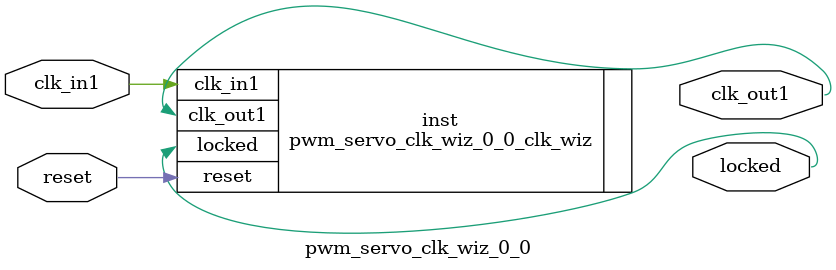
<source format=v>


`timescale 1ps/1ps

(* CORE_GENERATION_INFO = "pwm_servo_clk_wiz_0_0,clk_wiz_v6_0_4_0_0,{component_name=pwm_servo_clk_wiz_0_0,use_phase_alignment=true,use_min_o_jitter=false,use_max_i_jitter=false,use_dyn_phase_shift=false,use_inclk_switchover=false,use_dyn_reconfig=false,enable_axi=0,feedback_source=FDBK_AUTO,PRIMITIVE=MMCM,num_out_clk=1,clkin1_period=10.000,clkin2_period=10.000,use_power_down=false,use_reset=true,use_locked=true,use_inclk_stopped=false,feedback_type=SINGLE,CLOCK_MGR_TYPE=NA,manual_override=false}" *)

module pwm_servo_clk_wiz_0_0 
 (
  // Clock out ports
  output        clk_out1,
  // Status and control signals
  input         reset,
  output        locked,
 // Clock in ports
  input         clk_in1
 );

  pwm_servo_clk_wiz_0_0_clk_wiz inst
  (
  // Clock out ports  
  .clk_out1(clk_out1),
  // Status and control signals               
  .reset(reset), 
  .locked(locked),
 // Clock in ports
  .clk_in1(clk_in1)
  );

endmodule

</source>
